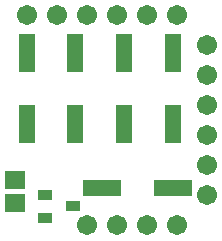
<source format=gbr>
G04 DipTrace 2.4.0.2*
%INTopMask.gbr*%
%MOIN*%
%ADD27R,0.0671X0.0592*%
%ADD29R,0.1261X0.0552*%
%ADD31R,0.0552X0.1261*%
%ADD33C,0.0671*%
%ADD35R,0.0493X0.0336*%
%FSLAX44Y44*%
G04*
G70*
G90*
G75*
G01*
%LNTopMask*%
%LPD*%
D35*
X5315Y5440D3*
Y4692D3*
X6221Y5066D3*
D33*
X8690Y11440D3*
X9690D3*
X10690Y10440D3*
Y9440D3*
Y8440D3*
Y7440D3*
Y6440D3*
X8690Y4440D3*
X7690D3*
X9690D3*
X6690D3*
X10690Y5440D3*
D31*
X4690Y10190D3*
Y7815D3*
X6315Y10190D3*
Y7815D3*
X7940Y10190D3*
Y7815D3*
X9565Y10190D3*
Y7815D3*
D29*
X7190Y5690D3*
X9565D3*
D27*
X4315Y5190D3*
Y5938D3*
D33*
X7690Y11440D3*
X6690D3*
X5690D3*
X4690D3*
M02*

</source>
